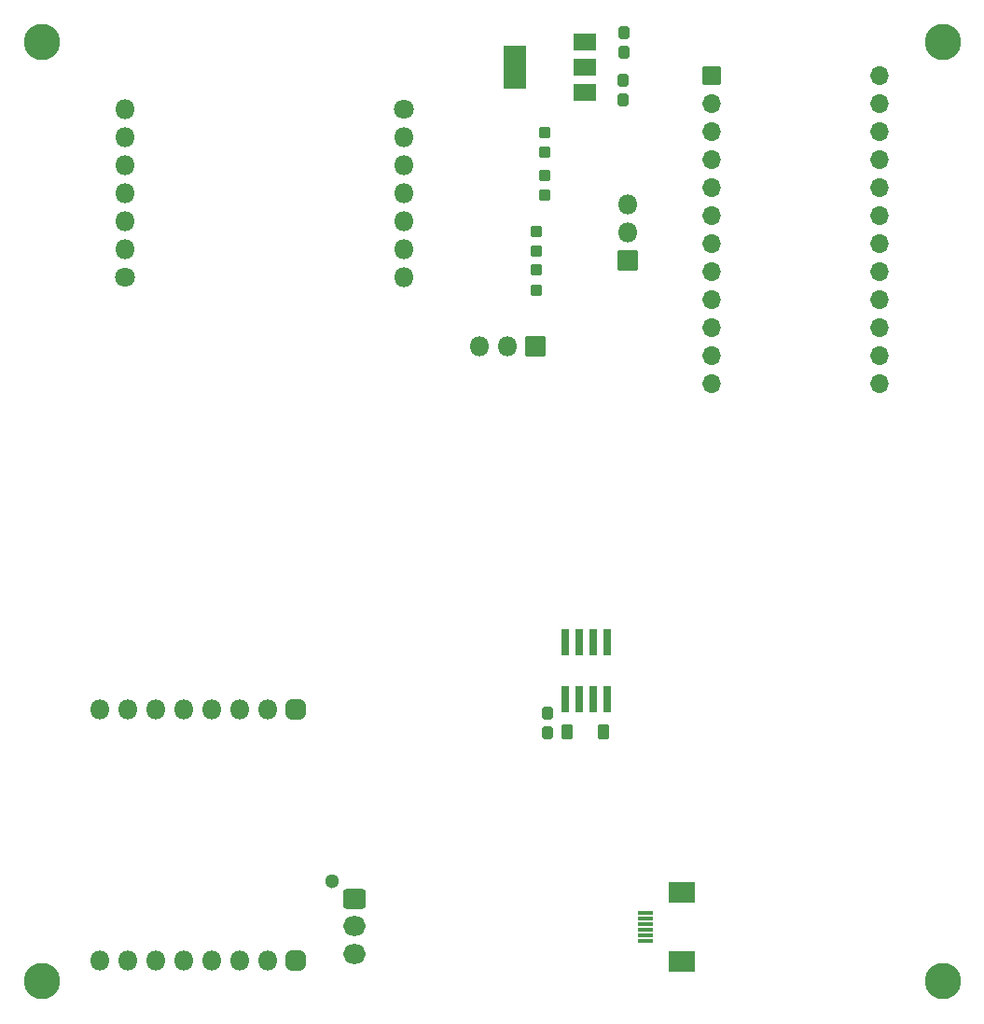
<source format=gbr>
%TF.GenerationSoftware,KiCad,Pcbnew,(6.0.1)*%
%TF.CreationDate,2023-04-08T22:05:36+08:00*%
%TF.ProjectId,Scroller Motor 1,5363726f-6c6c-4657-9220-4d6f746f7220,rev?*%
%TF.SameCoordinates,Original*%
%TF.FileFunction,Soldermask,Top*%
%TF.FilePolarity,Negative*%
%FSLAX46Y46*%
G04 Gerber Fmt 4.6, Leading zero omitted, Abs format (unit mm)*
G04 Created by KiCad (PCBNEW (6.0.1)) date 2023-04-08 22:05:36*
%MOMM*%
%LPD*%
G01*
G04 APERTURE LIST*
G04 Aperture macros list*
%AMRoundRect*
0 Rectangle with rounded corners*
0 $1 Rounding radius*
0 $2 $3 $4 $5 $6 $7 $8 $9 X,Y pos of 4 corners*
0 Add a 4 corners polygon primitive as box body*
4,1,4,$2,$3,$4,$5,$6,$7,$8,$9,$2,$3,0*
0 Add four circle primitives for the rounded corners*
1,1,$1+$1,$2,$3*
1,1,$1+$1,$4,$5*
1,1,$1+$1,$6,$7*
1,1,$1+$1,$8,$9*
0 Add four rect primitives between the rounded corners*
20,1,$1+$1,$2,$3,$4,$5,0*
20,1,$1+$1,$4,$5,$6,$7,0*
20,1,$1+$1,$6,$7,$8,$9,0*
20,1,$1+$1,$8,$9,$2,$3,0*%
G04 Aperture macros list end*
%ADD10RoundRect,0.050000X1.100000X-0.900000X1.100000X0.900000X-1.100000X0.900000X-1.100000X-0.900000X0*%
%ADD11RoundRect,0.050000X0.650000X-0.150000X0.650000X0.150000X-0.650000X0.150000X-0.650000X-0.150000X0*%
%ADD12RoundRect,0.449500X0.450500X-0.450500X0.450500X0.450500X-0.450500X0.450500X-0.450500X-0.450500X0*%
%ADD13O,1.800000X1.800000*%
%ADD14RoundRect,0.287500X-0.237500X0.300000X-0.237500X-0.300000X0.237500X-0.300000X0.237500X0.300000X0*%
%ADD15C,3.300000*%
%ADD16RoundRect,0.050000X-0.850000X0.850000X-0.850000X-0.850000X0.850000X-0.850000X0.850000X0.850000X0*%
%ADD17RoundRect,0.287500X-0.237500X0.250000X-0.237500X-0.250000X0.237500X-0.250000X0.237500X0.250000X0*%
%ADD18RoundRect,0.287500X0.237500X-0.250000X0.237500X0.250000X-0.237500X0.250000X-0.237500X-0.250000X0*%
%ADD19RoundRect,0.050000X0.800000X0.800000X-0.800000X0.800000X-0.800000X-0.800000X0.800000X-0.800000X0*%
%ADD20O,1.700000X1.700000*%
%ADD21RoundRect,0.287500X0.237500X-0.300000X0.237500X0.300000X-0.237500X0.300000X-0.237500X-0.300000X0*%
%ADD22RoundRect,0.050000X0.850000X0.850000X-0.850000X0.850000X-0.850000X-0.850000X0.850000X-0.850000X0*%
%ADD23C,1.800000*%
%ADD24RoundRect,0.050000X1.000000X0.750000X-1.000000X0.750000X-1.000000X-0.750000X1.000000X-0.750000X0*%
%ADD25RoundRect,0.050000X1.000000X1.900000X-1.000000X1.900000X-1.000000X-1.900000X1.000000X-1.900000X0*%
%ADD26RoundRect,0.050000X-0.300000X-1.100000X0.300000X-1.100000X0.300000X1.100000X-0.300000X1.100000X0*%
%ADD27RoundRect,0.050000X-0.450000X-0.600000X0.450000X-0.600000X0.450000X0.600000X-0.450000X0.600000X0*%
%ADD28C,1.300000*%
%ADD29RoundRect,0.300000X-0.725000X0.600000X-0.725000X-0.600000X0.725000X-0.600000X0.725000X0.600000X0*%
%ADD30O,2.050000X1.800000*%
G04 APERTURE END LIST*
D10*
%TO.C,J4*%
X135700000Y-147100000D03*
X135700000Y-153400000D03*
D11*
X132450000Y-151500000D03*
X132450000Y-151000000D03*
X132450000Y-150500000D03*
X132450000Y-150000000D03*
X132450000Y-149500000D03*
X132450000Y-149000000D03*
%TD*%
D12*
%TO.C,TMC1*%
X100622893Y-130547107D03*
D13*
X98082893Y-130547107D03*
X95542893Y-130547107D03*
X93002893Y-130547107D03*
X90462893Y-130547107D03*
X87922893Y-130547107D03*
X85382893Y-130547107D03*
X82842893Y-130547107D03*
D12*
X100622893Y-153347107D03*
D13*
X98082893Y-153347107D03*
X95542893Y-153347107D03*
X93002893Y-153347107D03*
X90462893Y-153347107D03*
X87922893Y-153347107D03*
X85382893Y-153347107D03*
X82842893Y-153347107D03*
%TD*%
D14*
%TO.C,C1*%
X130500000Y-69175000D03*
X130500000Y-70900000D03*
%TD*%
D15*
%TO.C,MHole_4*%
X77600000Y-70000000D03*
%TD*%
D16*
%TO.C,J2*%
X122400000Y-97600000D03*
D13*
X119860000Y-97600000D03*
X117320000Y-97600000D03*
%TD*%
D17*
%TO.C,RM_1*%
X122500000Y-87142500D03*
X122500000Y-88967500D03*
%TD*%
D15*
%TO.C,MHole_3*%
X77600000Y-155200000D03*
%TD*%
D18*
%TO.C,RS_2*%
X123300000Y-80000000D03*
X123300000Y-78175000D03*
%TD*%
D19*
%TO.C,QMK1*%
X138430000Y-73025000D03*
D20*
X138430000Y-75565000D03*
X138430000Y-78105000D03*
X138430000Y-80645000D03*
X138430000Y-83185000D03*
X138430000Y-85725000D03*
X138430000Y-88265000D03*
X138430000Y-90805000D03*
X138430000Y-93345000D03*
X138430000Y-95885000D03*
X138430000Y-98425000D03*
X138430000Y-100965000D03*
X153670000Y-100965000D03*
X153670000Y-98425000D03*
X153670000Y-95885000D03*
X153670000Y-93345000D03*
X153670000Y-90805000D03*
X153670000Y-88265000D03*
X153670000Y-85725000D03*
X153670000Y-83185000D03*
X153670000Y-80645000D03*
X153670000Y-78105000D03*
X153670000Y-75565000D03*
X153670000Y-73025000D03*
%TD*%
D21*
%TO.C,C4*%
X123500000Y-132625000D03*
X123500000Y-130900000D03*
%TD*%
D17*
%TO.C,RM_2*%
X122500000Y-90675000D03*
X122500000Y-92500000D03*
%TD*%
D22*
%TO.C,J3*%
X130800000Y-89800000D03*
D13*
X130800000Y-87260000D03*
X130800000Y-84720000D03*
%TD*%
%TO.C,ESP32*%
X85170500Y-76106000D03*
X85170500Y-78646000D03*
X85170500Y-81186000D03*
X85170500Y-83726000D03*
X85170500Y-86266000D03*
X85170500Y-88806000D03*
D23*
X85170500Y-91346000D03*
X110490000Y-76126000D03*
D13*
X110490000Y-78666000D03*
X110490000Y-81206000D03*
X110490000Y-83746000D03*
X110490000Y-86286000D03*
X110490000Y-88826000D03*
X110490000Y-91366000D03*
%TD*%
D18*
%TO.C,RS_1*%
X123300000Y-83900000D03*
X123300000Y-82075000D03*
%TD*%
D24*
%TO.C,AMS1*%
X126900000Y-74600000D03*
D25*
X120600000Y-72300000D03*
D24*
X126900000Y-72300000D03*
X126900000Y-70000000D03*
%TD*%
D26*
%TO.C,MT6701*%
X125095000Y-124400000D03*
X126365000Y-124400000D03*
X127635000Y-124400000D03*
X128905000Y-124400000D03*
X128905000Y-129600000D03*
X127635000Y-129600000D03*
X126365000Y-129600000D03*
X125095000Y-129600000D03*
%TD*%
D14*
%TO.C,C2*%
X130400000Y-73500000D03*
X130400000Y-75225000D03*
%TD*%
D15*
%TO.C,MHole_2*%
X159400000Y-155200000D03*
%TD*%
%TO.C,MHole_1*%
X159385000Y-70000000D03*
%TD*%
D27*
%TO.C,D1*%
X125300000Y-132600000D03*
X128600000Y-132600000D03*
%TD*%
D28*
%TO.C,J1*%
X104000000Y-146100000D03*
D29*
X106000000Y-147700000D03*
D30*
X106000000Y-150200000D03*
X106000000Y-152700000D03*
%TD*%
M02*

</source>
